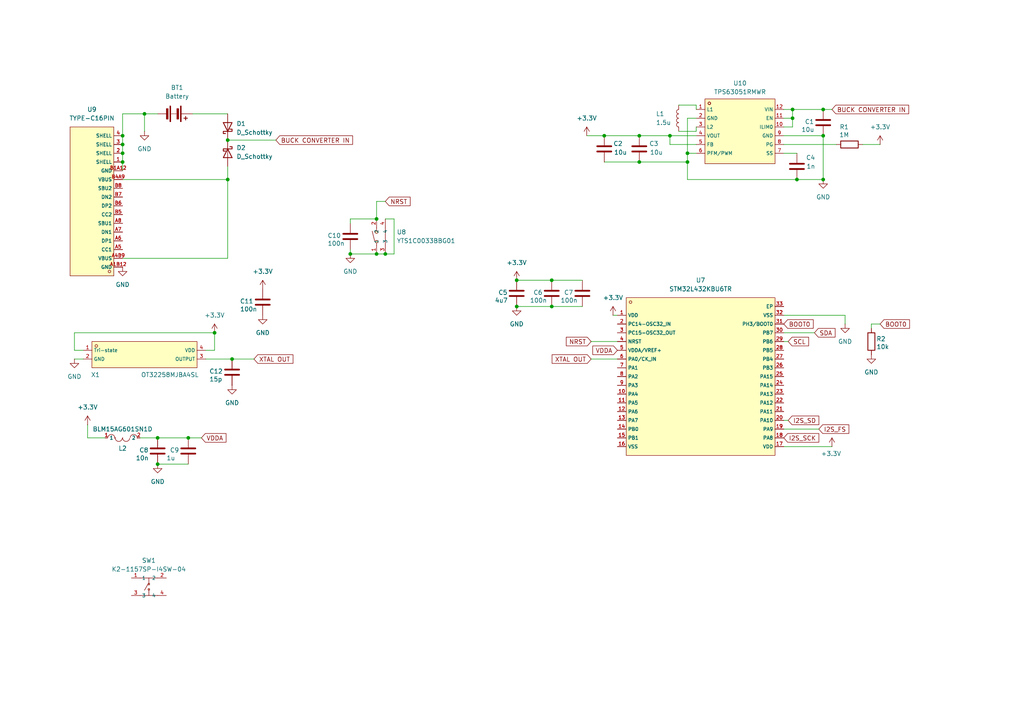
<source format=kicad_sch>
(kicad_sch (version 20231120) (generator "eeschema") (generator_version "8.0")
  (paper "A4")
  (lib_symbols
    (symbol "BLM15AG601SN1D:BLM15AG601SN1D"
      (property "Reference" "L" (at 0 1.27 0))
      (property "Value" "BLM15AG601SN1D" (at 0 -2.54 0))
      (symbol "BLM15AG601SN1D_0_1"
        (arc (start -2.2674 -0.1341) (mid -3.1595 0.9883) (end -4.2858 0.1011))
        (arc (start -2.1318 0.1001) (mid -1.2405 -1.0269) (end -0.1135 -0.1357))
        (arc (start 0.0196 0.1001) (mid 0.9108 -1.0268) (end 2.0378 -0.1357))
        (arc (start 4.2312 -0.1341) (mid 3.339 0.9884) (end 2.2128 0.1011))
        (pin unspecified line (at -5.08 0 0) (length 0.762) (name "1") (number "1"))
        (pin unspecified line (at 5.08 0 180) (length 0.762) (name "2") (number "2"))
      )
    )
    (symbol "Device:Battery" (pin_numbers hide) (pin_names (offset 0) hide)
      (property "Reference" "BT" (at 2.54 2.54 0))
      (property "Value" "Battery" (at 2.54 0 0))
      (symbol "Battery_0_1"
        (rectangle (start -2.286 -1.27) (end 2.286 -1.524) (fill (type outline)))
        (rectangle (start -2.286 1.778) (end 2.286 1.524) (fill (type outline)))
        (rectangle (start -1.524 -2.032) (end 1.524 -2.54) (fill (type outline)))
        (rectangle (start -1.524 1.016) (end 1.524 0.508) (fill (type outline)))
        (polyline (pts (xy 0 -1.016) (xy 0 -0.762)))
        (polyline (pts (xy 0 -0.508) (xy 0 -0.254)))
        (polyline (pts (xy 0 0) (xy 0 0.254)))
        (polyline (pts (xy 0 1.778) (xy 0 2.54)))
        (polyline (pts (xy 0.762 3.048) (xy 1.778 3.048)) (stroke (width 0.254)))
        (polyline (pts (xy 1.27 3.556) (xy 1.27 2.54)) (stroke (width 0.254)))
      )
      (symbol "Battery_1_1"
        (pin passive line (at 0 5.08 270) (length 2.54) (name "+") (number "1"))
        (pin passive line (at 0 -5.08 90) (length 2.54) (name "-") (number "2"))
      )
    )
    (symbol "Device:C" (pin_numbers hide) (pin_names (offset 0.254))
      (property "Reference" "C" (at 0.635 2.54 0))
      (property "Value" "C" (at 0.635 -2.54 0))
      (symbol "C_0_1"
        (polyline (pts (xy -2.032 -0.762) (xy 2.032 -0.762)) (stroke (width 0.508)))
        (polyline (pts (xy -2.032 0.762) (xy 2.032 0.762)) (stroke (width 0.508)))
      )
      (symbol "C_1_1"
        (pin passive line (at 0 3.81 270) (length 2.794) (name "~") (number "1"))
        (pin passive line (at 0 -3.81 90) (length 2.794) (name "~") (number "2"))
      )
    )
    (symbol "Device:D_Schottky" (pin_numbers hide) (pin_names (offset 1.016) hide)
      (property "Reference" "D" (at 0 2.54 0))
      (property "Value" "D_Schottky" (at 0 -2.54 0))
      (symbol "D_Schottky_0_1"
        (polyline (pts (xy 1.27 0) (xy -1.27 0)))
        (polyline (pts (xy 1.27 1.27) (xy 1.27 -1.27) (xy -1.27 0) (xy 1.27 1.27)) (stroke (width 0.254)))
        (polyline (pts (xy -1.905 0.635) (xy -1.905 1.27) (xy -1.27 1.27) (xy -1.27 -1.27) (xy -0.635 -1.27) (xy -0.635 -0.635)) (stroke (width 0.254)))
      )
      (symbol "D_Schottky_1_1"
        (pin passive line (at -3.81 0 0) (length 2.54) (name "K") (number "1"))
        (pin passive line (at 3.81 0 180) (length 2.54) (name "A") (number "2"))
      )
    )
    (symbol "Device:L" (pin_numbers hide) (pin_names (offset 1.016) hide)
      (property "Reference" "L" (at -1.27 0 90))
      (property "Value" "L" (at 1.905 0 90))
      (symbol "L_0_1"
        (arc (start 0 -2.54) (mid 0.6323 -1.905) (end 0 -1.27))
        (arc (start 0 -1.27) (mid 0.6323 -0.635) (end 0 0))
        (arc (start 0 0) (mid 0.6323 0.635) (end 0 1.27))
        (arc (start 0 1.27) (mid 0.6323 1.905) (end 0 2.54))
      )
      (symbol "L_1_1"
        (pin passive line (at 0 3.81 270) (length 1.27) (name "1") (number "1"))
        (pin passive line (at 0 -3.81 90) (length 1.27) (name "2") (number "2"))
      )
    )
    (symbol "Device:R" (pin_numbers hide) (pin_names (offset 0))
      (property "Reference" "R" (at 2.032 0 90))
      (property "Value" "R" (at 0 0 90))
      (symbol "R_0_1"
        (rectangle (start -1.016 -2.54) (end 1.016 2.54) (stroke (width 0.254)))
      )
      (symbol "R_1_1"
        (pin passive line (at 0 3.81 270) (length 1.27) (name "~") (number "1"))
        (pin passive line (at 0 -3.81 90) (length 1.27) (name "~") (number "2"))
      )
    )
    (symbol "K2-1157SP-I4SW-04:K2-1157SP-I4SW-04"
      (property "Reference" "SW" (at 0 1.27 0))
      (property "Value" "K2-1157SP-I4SW-04" (at 0 -2.54 0))
      (symbol "K2-1157SP-I4SW-04_0_1"
        (circle (center 0 -0.762) (radius 0.254) (fill (type background)))
        (polyline (pts (xy -2.54 -2.54) (xy 2.54 -2.54)))
        (polyline (pts (xy -1.27 -1.016) (xy -0.254 0.762)))
        (polyline (pts (xy 0 -2.54) (xy 0 -1.524)))
        (polyline (pts (xy 0 -1.524) (xy 0 -0.762)))
        (polyline (pts (xy 0 2.54) (xy 0 0.762)))
        (polyline (pts (xy 2.54 2.54) (xy -2.54 2.54)))
        (circle (center 0 0.762) (radius 0.254) (fill (type background)))
        (pin unspecified line (at -5.08 2.54 0) (length 2.54) (name "1") (number "1"))
        (pin unspecified line (at 5.08 2.54 180) (length 2.54) (name "2") (number "2"))
        (pin unspecified line (at -5.08 -2.54 0) (length 2.54) (name "3") (number "3"))
        (pin unspecified line (at 5.08 -2.54 180) (length 2.54) (name "4") (number "4"))
      )
    )
    (symbol "KLJ-01304T-08R07W:KLJ-01304T-08R07W"
      (property "Reference" "U" (at 0 1.27 0))
      (property "Value" "KLJ-01304T-08R07W" (at 0 -2.54 0))
      (symbol "KLJ-01304T-08R07W_0_1"
        (rectangle (start -10.16 3.81) (end 10.16 -3.81) (fill (type background)))
        (circle (center -8.89 2.54) (radius 0.381) (fill (type background)))
        (pin unspecified line (at -12.7 1.27 0) (length 2.54) (name "LEAD+") (number "1"))
        (pin unspecified line (at -12.7 -1.27 0) (length 2.54) (name "LEAD-") (number "2"))
        (pin unspecified line (at 12.7 -1.27 180) (length 2.54) (name "DUMMY") (number "3"))
        (pin unspecified line (at 12.7 1.27 180) (length 2.54) (name "DUMMY") (number "4"))
      )
    )
    (symbol "NAU88C22YG:NAU88C22YG"
      (property "Reference" "U" (at 0 1.27 0))
      (property "Value" "NAU88C22YG" (at 0 -2.54 0))
      (symbol "NAU88C22YG_0_1"
        (rectangle (start -15.24 22.098) (end 15.24 -24.13) (fill (type background)))
        (circle (center -13.97 20.828) (radius 0.381) (fill (type background)))
        (circle (center -13.97 20.828) (radius 0.381) (fill (type background)))
        (pin unspecified line (at -17.78 19.05 0) (length 2.54) (name "LMICP") (number "1"))
        (pin unspecified line (at -17.78 -3.81 0) (length 2.54) (name "DACIN") (number "10"))
        (pin unspecified line (at -17.78 -6.35 0) (length 2.54) (name "MCLK") (number "11"))
        (pin unspecified line (at -17.78 -8.89 0) (length 2.54) (name "VSSD") (number "12"))
        (pin unspecified line (at -17.78 -11.43 0) (length 2.54) (name "VDDC") (number "13"))
        (pin unspecified line (at -17.78 -13.97 0) (length 2.54) (name "VDDB") (number "14"))
        (pin unspecified line (at -17.78 -16.51 0) (length 2.54) (name "CSB") (number "15"))
        (pin unspecified line (at -17.78 -19.05 0) (length 2.54) (name "SCLK") (number "16"))
        (pin unspecified line (at 17.78 -19.05 180) (length 2.54) (name "SDIO") (number "17"))
        (pin unspecified line (at 17.78 -16.51 180) (length 2.54) (name "MODE") (number "18"))
        (pin unspecified line (at 17.78 -13.97 180) (length 2.54) (name "LAUXIN") (number "19"))
        (pin unspecified line (at -17.78 16.51 0) (length 2.54) (name "LMICN") (number "2"))
        (pin unspecified line (at 17.78 -11.43 180) (length 2.54) (name "RAUXIN") (number "20"))
        (pin unspecified line (at 17.78 -8.89 180) (length 2.54) (name "AUXOUT1") (number "21"))
        (pin unspecified line (at 17.78 -6.35 180) (length 2.54) (name "AUXOUT2") (number "22"))
        (pin unspecified line (at 17.78 -3.81 180) (length 2.54) (name "RSPKOUT") (number "23"))
        (pin unspecified line (at 17.78 -1.27 180) (length 2.54) (name "VSSSPK") (number "24"))
        (pin unspecified line (at 17.78 1.27 180) (length 2.54) (name "LSPKOUT") (number "25"))
        (pin unspecified line (at 17.78 3.81 180) (length 2.54) (name "VDDSPK") (number "26"))
        (pin unspecified line (at 17.78 6.35 180) (length 2.54) (name "VREF") (number "27"))
        (pin unspecified line (at 17.78 8.89 180) (length 2.54) (name "VSSA") (number "28"))
        (pin unspecified line (at 17.78 11.43 180) (length 2.54) (name "RHP") (number "29"))
        (pin unspecified line (at -17.78 13.97 0) (length 2.54) (name "LLIN/GPIO2") (number "3"))
        (pin unspecified line (at 17.78 13.97 180) (length 2.54) (name "LHP") (number "30"))
        (pin unspecified line (at 17.78 16.51 180) (length 2.54) (name "VDDA") (number "31"))
        (pin unspecified line (at 17.78 19.05 180) (length 2.54) (name "MICBIAS") (number "32"))
        (pin unspecified line (at 17.78 -21.59 180) (length 2.54) (name "EP") (number "33"))
        (pin unspecified line (at -17.78 11.43 0) (length 2.54) (name "RMICP") (number "4"))
        (pin unspecified line (at -17.78 8.89 0) (length 2.54) (name "RMICN") (number "5"))
        (pin unspecified line (at -17.78 6.35 0) (length 2.54) (name "RLIN/GPIO3") (number "6"))
        (pin unspecified line (at -17.78 3.81 0) (length 2.54) (name "FS") (number "7"))
        (pin unspecified line (at -17.78 1.27 0) (length 2.54) (name "BCLK") (number "8"))
        (pin unspecified line (at -17.78 -1.27 0) (length 2.54) (name "ADCOUT") (number "9"))
      )
    )
    (symbol "OT32258MJBA4SL:OT32258MJBA4SL"
      (property "Reference" "X" (at 0 1.27 0))
      (property "Value" "OT32258MJBA4SL" (at 0 -2.54 0))
      (symbol "OT32258MJBA4SL_0_1"
        (rectangle (start -15.24 3.81) (end 15.24 -3.81) (fill (type background)))
        (circle (center -13.97 2.54) (radius 0.381) (fill (type background)))
        (pin unspecified line (at -17.78 1.27 0) (length 2.54) (name "Tri-state") (number "1"))
        (pin unspecified line (at -17.78 -1.27 0) (length 2.54) (name "GND") (number "2"))
        (pin unspecified line (at 17.78 -1.27 180) (length 2.54) (name "OUTPUT") (number "3"))
        (pin unspecified line (at 17.78 1.27 180) (length 2.54) (name "VDD") (number "4"))
      )
    )
    (symbol "PJ-327C-4A:PJ-327C-4A"
      (property "Reference" "U" (at 0 1.27 0))
      (property "Value" "PJ-327C-4A" (at 0 -2.54 0))
      (symbol "PJ-327C-4A_0_1"
        (polyline (pts (xy 3.81 -5.08) (xy -2.032 -5.08) (xy -2.54 -4.064) (xy -3.048 -5.08)))
        (polyline (pts (xy 3.81 -2.54) (xy -0.762 -2.54) (xy -1.27 -2.54) (xy -1.27 -5.08)))
        (polyline (pts (xy 3.81 0) (xy -3.556 0) (xy -4.064 -1.016) (xy -4.572 0)))
        (polyline (pts (xy 3.81 2.54) (xy -7.62 2.54) (xy -7.62 -2.54) (xy -8.89 -1.27)))
        (pin unspecified line (at 8.89 2.54 180) (length 5.08) (name "1") (number "1"))
        (pin unspecified line (at 8.89 -5.08 180) (length 5.08) (name "2") (number "2"))
        (pin unspecified line (at 8.89 0 180) (length 5.08) (name "3") (number "3"))
        (pin unspecified line (at 8.89 -2.54 180) (length 5.08) (name "4") (number "4"))
      )
    )
    (symbol "STM32L432KBU6TR:STM32L432KBU6TR"
      (property "Reference" "U" (at 0 1.27 0))
      (property "Value" "STM32L432KBU6TR" (at 0 -2.54 0))
      (symbol "STM32L432KBU6TR_0_1"
        (rectangle (start -21.59 22.86) (end 21.59 -22.86) (fill (type background)))
        (circle (center -20.32 21.59) (radius 0.381) (fill (type background)))
        (pin unspecified line (at -24.13 17.78 0) (length 2.54) (name "VDD") (number "1"))
        (pin unspecified line (at -24.13 -5.08 0) (length 2.54) (name "PA4") (number "10"))
        (pin unspecified line (at -24.13 -7.62 0) (length 2.54) (name "PA5") (number "11"))
        (pin unspecified line (at -24.13 -10.16 0) (length 2.54) (name "PA6") (number "12"))
        (pin unspecified line (at -24.13 -12.7 0) (length 2.54) (name "PA7") (number "13"))
        (pin unspecified line (at -24.13 -15.24 0) (length 2.54) (name "PB0") (number "14"))
        (pin unspecified line (at -24.13 -17.78 0) (length 2.54) (name "PB1") (number "15"))
        (pin unspecified line (at -24.13 -20.32 0) (length 2.54) (name "VSS") (number "16"))
        (pin unspecified line (at 24.13 -20.32 180) (length 2.54) (name "VDD") (number "17"))
        (pin unspecified line (at 24.13 -17.78 180) (length 2.54) (name "PA8") (number "18"))
        (pin unspecified line (at 24.13 -15.24 180) (length 2.54) (name "PA9") (number "19"))
        (pin unspecified line (at -24.13 15.24 0) (length 2.54) (name "PC14-OSC32_IN") (number "2"))
        (pin unspecified line (at 24.13 -12.7 180) (length 2.54) (name "PA10") (number "20"))
        (pin unspecified line (at 24.13 -10.16 180) (length 2.54) (name "PA11") (number "21"))
        (pin unspecified line (at 24.13 -7.62 180) (length 2.54) (name "PA12") (number "22"))
        (pin unspecified line (at 24.13 -5.08 180) (length 2.54) (name "PA13") (number "23"))
        (pin unspecified line (at 24.13 -2.54 180) (length 2.54) (name "PA14") (number "24"))
        (pin unspecified line (at 24.13 0 180) (length 2.54) (name "PA15") (number "25"))
        (pin unspecified line (at 24.13 2.54 180) (length 2.54) (name "PB3") (number "26"))
        (pin unspecified line (at 24.13 5.08 180) (length 2.54) (name "PB4") (number "27"))
        (pin unspecified line (at 24.13 7.62 180) (length 2.54) (name "PB5") (number "28"))
        (pin unspecified line (at 24.13 10.16 180) (length 2.54) (name "PB6") (number "29"))
        (pin unspecified line (at -24.13 12.7 0) (length 2.54) (name "PC15-OSC32_OUT") (number "3"))
        (pin unspecified line (at 24.13 12.7 180) (length 2.54) (name "PB7") (number "30"))
        (pin unspecified line (at 24.13 15.24 180) (length 2.54) (name "PH3/BOOT0") (number "31"))
        (pin unspecified line (at 24.13 17.78 180) (length 2.54) (name "VSS") (number "32"))
        (pin unspecified line (at 24.13 20.32 180) (length 2.54) (name "EP") (number "33"))
        (pin unspecified line (at -24.13 10.16 0) (length 2.54) (name "NRST") (number "4"))
        (pin unspecified line (at -24.13 7.62 0) (length 2.54) (name "VDDA/VREF+") (number "5"))
        (pin unspecified line (at -24.13 5.08 0) (length 2.54) (name "PA0/CK_IN") (number "6"))
        (pin unspecified line (at -24.13 2.54 0) (length 2.54) (name "PA1") (number "7"))
        (pin unspecified line (at -24.13 0 0) (length 2.54) (name "PA2") (number "8"))
        (pin unspecified line (at -24.13 -2.54 0) (length 2.54) (name "PA3") (number "9"))
      )
    )
    (symbol "TPS63051RMWR:TPS63051RMWR"
      (property "Reference" "U" (at 0 1.27 0))
      (property "Value" "TPS63051RMWR" (at 0 -2.54 0))
      (symbol "TPS63051RMWR_0_1"
        (rectangle (start -10.16 9.398) (end 10.16 -9.398) (fill (type background)))
        (circle (center -8.89 8.128) (radius 0.381) (fill (type background)))
        (circle (center -8.89 8.128) (radius 0.381) (fill (type background)))
        (pin unspecified line (at -12.7 6.35 0) (length 2.54) (name "L1") (number "1"))
        (pin unspecified line (at 12.7 1.27 180) (length 2.54) (name "ILIM0") (number "10"))
        (pin unspecified line (at 12.7 3.81 180) (length 2.54) (name "EN") (number "11"))
        (pin unspecified line (at 12.7 6.35 180) (length 2.54) (name "VIN") (number "12"))
        (pin unspecified line (at -12.7 3.81 0) (length 2.54) (name "GND") (number "2"))
        (pin unspecified line (at -12.7 1.27 0) (length 2.54) (name "L2") (number "3"))
        (pin unspecified line (at -12.7 -1.27 0) (length 2.54) (name "VOUT") (number "4"))
        (pin unspecified line (at -12.7 -3.81 0) (length 2.54) (name "FB") (number "5"))
        (pin unspecified line (at -12.7 -6.35 0) (length 2.54) (name "PFM/PWM") (number "6"))
        (pin unspecified line (at 12.7 -6.35 180) (length 2.54) (name "SS") (number "7"))
        (pin unspecified line (at 12.7 -3.81 180) (length 2.54) (name "PG") (number "8"))
        (pin unspecified line (at 12.7 -1.27 180) (length 2.54) (name "GND") (number "9"))
      )
    )
    (symbol "TYPE-C16PIN:TYPE-C16PIN"
      (property "Reference" "U" (at 0 1.27 0))
      (property "Value" "TYPE-C16PIN" (at 0 -2.54 0))
      (symbol "TYPE-C16PIN_0_1"
        (rectangle (start -6.35 21.59) (end 6.35 -21.59) (fill (type background)))
        (circle (center -5.08 20.32) (radius 0.381) (fill (type background)))
        (pin unspecified line (at -8.89 -11.43 0) (length 2.54) (name "SHELL") (number "1"))
        (pin unspecified line (at -8.89 -13.97 0) (length 2.54) (name "SHELL") (number "2"))
        (pin unspecified line (at -8.89 -16.51 0) (length 2.54) (name "SHELL") (number "3"))
        (pin unspecified line (at -8.89 -19.05 0) (length 2.54) (name "SHELL") (number "4"))
        (pin unspecified line (at -8.89 19.05 0) (length 2.54) (name "GND") (number "A1B12"))
        (pin unspecified line (at -8.89 16.51 0) (length 2.54) (name "VBUS") (number "A4B9"))
        (pin unspecified line (at -8.89 13.97 0) (length 2.54) (name "CC1") (number "A5"))
        (pin unspecified line (at -8.89 11.43 0) (length 2.54) (name "DP1") (number "A6"))
        (pin unspecified line (at -8.89 8.89 0) (length 2.54) (name "DN1") (number "A7"))
        (pin unspecified line (at -8.89 6.35 0) (length 2.54) (name "SBU1") (number "A8"))
        (pin unspecified line (at -8.89 -8.89 0) (length 2.54) (name "GND") (number "B1A12"))
        (pin unspecified line (at -8.89 -6.35 0) (length 2.54) (name "VBUS") (number "B4A9"))
        (pin unspecified line (at -8.89 3.81 0) (length 2.54) (name "CC2") (number "B5"))
        (pin unspecified line (at -8.89 1.27 0) (length 2.54) (name "DP2") (number "B6"))
        (pin unspecified line (at -8.89 -1.27 0) (length 2.54) (name "DN2") (number "B7"))
        (pin unspecified line (at -8.89 -3.81 0) (length 2.54) (name "SBU2") (number "B8"))
      )
    )
    (symbol "VL53L0CXV0DH/1:VL53L0CXV0DH/1"
      (property "Reference" "U" (at 0 1.27 0))
      (property "Value" "VL53L0CXV0DH{slash}1" (at 0 -2.54 0))
      (symbol "VL53L0CXV0DH/1_0_1"
        (rectangle (start -10.16 8.89) (end 10.16 -8.89) (fill (type background)))
        (circle (center -8.89 8.128) (radius 0.381) (fill (type background)))
        (circle (center -8.89 8.128) (radius 0.381) (fill (type background)))
        (pin unspecified line (at -12.7 6.35 0) (length 2.54) (name "VDD") (number "1"))
        (pin unspecified line (at 12.7 1.27 180) (length 2.54) (name "SCL") (number "10"))
        (pin unspecified line (at 12.7 3.81 180) (length 2.54) (name "AVDD") (number "11"))
        (pin unspecified line (at 12.7 6.35 180) (length 2.54) (name "GND4") (number "12"))
        (pin unspecified line (at -12.7 3.81 0) (length 2.54) (name "VSS") (number "2"))
        (pin unspecified line (at -12.7 1.27 0) (length 2.54) (name "GND") (number "3"))
        (pin unspecified line (at -12.7 -1.27 0) (length 2.54) (name "GND2") (number "4"))
        (pin unspecified line (at -12.7 -3.81 0) (length 2.54) (name "SHT") (number "5"))
        (pin unspecified line (at -12.7 -6.35 0) (length 2.54) (name "GND3") (number "6"))
        (pin unspecified line (at 12.7 -6.35 180) (length 2.54) (name "GP1") (number "7"))
        (pin unspecified line (at 12.7 -3.81 180) (length 2.54) (name "DNC") (number "8"))
        (pin unspecified line (at 12.7 -1.27 180) (length 2.54) (name "SDA") (number "9"))
      )
    )
    (symbol "YTS1C0033BBG01:YTS1C0033BBG01"
      (property "Reference" "U" (at 0 1.27 0))
      (property "Value" "YTS1C0033BBG01" (at 0 -2.54 0))
      (symbol "YTS1C0033BBG01_0_1"
        (circle (center -1.524 0) (radius 0.381) (fill (type background)))
        (polyline (pts (xy -2.54 -2.54) (xy 2.54 -2.54)))
        (polyline (pts (xy -2.032 0) (xy -2.54 0)))
        (polyline (pts (xy -1.524 0.508) (xy 1.524 1.27)))
        (polyline (pts (xy 1.778 0) (xy 2.54 0)))
        (circle (center 1.27 0) (radius 0.381) (fill (type background)))
        (pin unspecified line (at -5.08 0 0) (length 2.54) (name "1") (number "1"))
        (pin unspecified line (at 5.08 0 180) (length 2.54) (name "2") (number "2"))
        (pin unspecified line (at -5.08 -2.54 0) (length 2.54) (name "3") (number "3"))
        (pin unspecified line (at 5.08 -2.54 180) (length 2.54) (name "4") (number "4"))
      )
    )
    (symbol "power:+3.3V" (power) (pin_numbers hide) (pin_names (offset 0) hide)
      (property "Value" "+3.3V" (at 0 3.556 0))
      (symbol "+3.3V_0_1"
        (polyline (pts (xy -0.762 1.27) (xy 0 2.54)))
        (polyline (pts (xy 0 0) (xy 0 2.54)))
        (polyline (pts (xy 0 2.54) (xy 0.762 1.27)))
      )
      (symbol "+3.3V_1_1"
        (pin power_in line (at 0 0 90) (length 0) (name "~") (number "1"))
      )
    )
    (symbol "power:GND" (power) (pin_numbers hide) (pin_names (offset 0) hide)
      (property "Value" "GND" (at 0 -3.81 0))
      (symbol "GND_0_1"
        (polyline (pts (xy 0 0) (xy 0 -1.27) (xy 1.27 -1.27) (xy 0 -2.54) (xy -1.27 -1.27) (xy 0 -1.27)))
      )
      (symbol "GND_1_1"
        (pin power_in line (at 0 0 270) (length 0) (name "~") (number "1"))
      )
    )
  )
  (junction (at 405.13 76.2))
  (junction (at 160.02 81.28))
  (junction (at 229.87 34.29))
  (junction (at 111.76 73.66))
  (junction (at 45.72 127))
  (junction (at 45.72 134.62))
  (junction (at 35.56 41.91))
  (junction (at 405.13 68.58))
  (junction (at 459.74 93.98))
  (junction (at 67.31 104.14))
  (junction (at 66.04 52.07))
  (junction (at 35.56 39.37))
  (junction (at 109.22 73.66))
  (junction (at 229.87 31.75))
  (junction (at 199.39 44.45))
  (junction (at 185.42 39.37))
  (junction (at 350.52 121.92))
  (junction (at 109.22 63.5))
  (junction (at 54.61 127))
  (junction (at 199.39 46.99))
  (junction (at 238.76 31.75))
  (junction (at 238.76 39.37))
  (junction (at 62.23 96.52))
  (junction (at 416.56 91.44))
  (junction (at 238.76 52.07))
  (junction (at 149.86 81.28))
  (junction (at 101.6 73.66))
  (junction (at 149.86 88.9))
  (junction (at 350.52 129.54))
  (junction (at 231.14 52.07))
  (junction (at 66.04 40.64))
  (junction (at 472.44 124.46))
  (junction (at 435.61 111.76))
  (junction (at 194.31 39.37))
  (junction (at 35.56 46.99))
  (junction (at 160.02 88.9))
  (junction (at 175.26 39.37))
  (junction (at 41.91 33.02))
  (junction (at 185.42 46.99))
  (junction (at 368.3 119.38))
  (junction (at 35.56 44.45))
  (wire (pts (xy 101.6 73.66) (xy 101.6 72.39)))
  (wire (pts (xy 194.31 39.37) (xy 201.93 39.37)))
  (wire (pts (xy 114.3 73.66) (xy 111.76 73.66)))
  (wire (pts (xy 445.77 111.76) (xy 444.5 111.76)))
  (wire (pts (xy 175.26 39.37) (xy 185.42 39.37)))
  (wire (pts (xy 199.39 44.45) (xy 199.39 34.29)))
  (wire (pts (xy 170.18 39.37) (xy 175.26 39.37)))
  (wire (pts (xy 447.04 91.44) (xy 447.04 93.98)))
  (wire (pts (xy 227.33 44.45) (xy 231.14 44.45)))
  (wire (pts (xy 55.88 33.02) (xy 66.04 33.02)))
  (wire (pts (xy 41.91 33.02) (xy 41.91 38.1)))
  (wire (pts (xy 405.13 76.2) (xy 411.48 76.2)))
  (wire (pts (xy 62.23 96.52) (xy 21.59 96.52)))
  (wire (pts (xy 201.93 30.48) (xy 201.93 31.75)))
  (wire (pts (xy 237.49 124.46) (xy 227.33 124.46)))
  (wire (pts (xy 445.77 121.92) (xy 447.04 121.92)))
  (wire (pts (xy 420.37 93.98) (xy 411.48 93.98)))
  (wire (pts (xy 350.52 129.54) (xy 356.87 129.54)))
  (wire (pts (xy 149.86 81.28) (xy 160.02 81.28)))
  (wire (pts (xy 435.61 106.68) (xy 435.61 111.76)))
  (wire (pts (xy 196.85 30.48) (xy 201.93 30.48)))
  (wire (pts (xy 227.33 36.83) (xy 229.87 36.83)))
  (wire (pts (xy 238.76 52.07) (xy 238.76 39.37)))
  (wire (pts (xy 411.48 111.76) (xy 421.64 111.76)))
  (wire (pts (xy 35.56 74.93) (xy 66.04 74.93)))
  (wire (pts (xy 66.04 74.93) (xy 66.04 52.07)))
  (wire (pts (xy 25.4 123.19) (xy 25.4 127)))
  (wire (pts (xy 405.13 68.58) (xy 411.48 68.58)))
  (wire (pts (xy 45.72 127) (xy 54.61 127)))
  (wire (pts (xy 411.48 104.14) (xy 416.56 104.14)))
  (wire (pts (xy 35.56 33.02) (xy 41.91 33.02)))
  (wire (pts (xy 194.31 41.91) (xy 194.31 39.37)))
  (wire (pts (xy 201.93 41.91) (xy 194.31 41.91)))
  (wire (pts (xy 185.42 46.99) (xy 199.39 46.99)))
  (wire (pts (xy 227.33 34.29) (xy 229.87 34.29)))
  (wire (pts (xy 436.88 111.76) (xy 435.61 111.76)))
  (wire (pts (xy 40.64 127) (xy 45.72 127)))
  (wire (pts (xy 201.93 38.1) (xy 201.93 36.83)))
  (wire (pts (xy 429.26 106.68) (xy 435.61 106.68)))
  (wire (pts (xy 35.56 46.99) (xy 35.56 49.53)))
  (wire (pts (xy 101.6 73.66) (xy 109.22 73.66)))
  (wire (pts (xy 196.85 38.1) (xy 201.93 38.1)))
  (wire (pts (xy 109.22 63.5) (xy 101.6 63.5)))
  (wire (pts (xy 21.59 101.6) (xy 24.13 101.6)))
  (wire (pts (xy 111.76 63.5) (xy 114.3 63.5)))
  (wire (pts (xy 185.42 39.37) (xy 194.31 39.37)))
  (wire (pts (xy 417.83 124.46) (xy 447.04 124.46)))
  (wire (pts (xy 429.26 111.76) (xy 435.61 111.76)))
  (wire (pts (xy 241.3 129.54) (xy 227.33 129.54)))
  (wire (pts (xy 35.56 52.07) (xy 66.04 52.07)))
  (wire (pts (xy 368.3 119.38) (xy 375.92 119.38)))
  (wire (pts (xy 368.3 121.92) (xy 368.3 119.38)))
  (wire (pts (xy 229.87 31.75) (xy 238.76 31.75)))
  (wire (pts (xy 175.26 46.99) (xy 185.42 46.99)))
  (wire (pts (xy 114.3 63.5) (xy 114.3 73.66)))
  (wire (pts (xy 67.31 104.14) (xy 73.66 104.14)))
  (wire (pts (xy 411.48 106.68) (xy 421.64 106.68)))
  (wire (pts (xy 255.27 41.91) (xy 250.19 41.91)))
  (wire (pts (xy 45.72 134.62) (xy 54.61 134.62)))
  (wire (pts (xy 227.33 41.91) (xy 242.57 41.91)))
  (wire (pts (xy 445.77 111.76) (xy 445.77 121.92)))
  (wire (pts (xy 21.59 96.52) (xy 21.59 101.6)))
  (wire (pts (xy 62.23 101.6) (xy 59.69 101.6)))
  (wire (pts (xy 252.73 93.98) (xy 252.73 95.25)))
  (wire (pts (xy 416.56 91.44) (xy 411.48 91.44)))
  (wire (pts (xy 417.83 109.22) (xy 417.83 124.46)))
  (wire (pts (xy 35.56 39.37) (xy 35.56 41.91)))
  (wire (pts (xy 255.27 93.98) (xy 252.73 93.98)))
  (wire (pts (xy 449.58 96.52) (xy 438.15 96.52)))
  (wire (pts (xy 101.6 63.5) (xy 101.6 64.77)))
  (wire (pts (xy 227.33 39.37) (xy 238.76 39.37)))
  (wire (pts (xy 231.14 52.07) (xy 238.76 52.07)))
  (wire (pts (xy 241.3 31.75) (xy 238.76 31.75)))
  (wire (pts (xy 171.45 99.06) (xy 179.07 99.06)))
  (wire (pts (xy 350.52 121.92) (xy 356.87 121.92)))
  (wire (pts (xy 449.58 91.44) (xy 449.58 96.52)))
  (wire (pts (xy 411.48 96.52) (xy 430.53 96.52)))
  (wire (pts (xy 229.87 36.83) (xy 229.87 34.29)))
  (wire (pts (xy 35.56 41.91) (xy 35.56 44.45)))
  (wire (pts (xy 199.39 46.99) (xy 199.39 44.45)))
  (wire (pts (xy 228.6 99.06) (xy 227.33 99.06)))
  (wire (pts (xy 228.6 121.92) (xy 227.33 121.92)))
  (wire (pts (xy 229.87 34.29) (xy 229.87 31.75)))
  (wire (pts (xy 80.01 40.64) (xy 66.04 40.64)))
  (wire (pts (xy 21.59 104.14) (xy 24.13 104.14)))
  (wire (pts (xy 459.74 93.98) (xy 466.09 93.98)))
  (wire (pts (xy 35.56 44.45) (xy 35.56 46.99)))
  (wire (pts (xy 111.76 73.66) (xy 109.22 73.66)))
  (wire (pts (xy 160.02 81.28) (xy 168.91 81.28)))
  (wire (pts (xy 411.48 109.22) (xy 417.83 109.22)))
  (wire (pts (xy 452.12 91.44) (xy 452.12 101.6)))
  (wire (pts (xy 66.04 52.07) (xy 66.04 48.26)))
  (wire (pts (xy 472.44 121.92) (xy 472.44 124.46)))
  (wire (pts (xy 236.22 96.52) (xy 227.33 96.52)))
  (wire (pts (xy 35.56 39.37) (xy 35.56 33.02)))
  (wire (pts (xy 177.8 91.44) (xy 179.07 91.44)))
  (wire (pts (xy 199.39 34.29) (xy 201.93 34.29)))
  (wire (pts (xy 54.61 127) (xy 58.42 127)))
  (wire (pts (xy 444.5 93.98) (xy 444.5 91.44)))
  (wire (pts (xy 245.11 91.44) (xy 227.33 91.44)))
  (wire (pts (xy 245.11 93.98) (xy 245.11 91.44)))
  (wire (pts (xy 62.23 96.52) (xy 62.23 101.6)))
  (wire (pts (xy 160.02 88.9) (xy 168.91 88.9)))
  (wire (pts (xy 111.76 58.42) (xy 109.22 58.42)))
  (wire (pts (xy 199.39 52.07) (xy 231.14 52.07)))
  (wire (pts (xy 25.4 127) (xy 30.48 127)))
  (wire (pts (xy 375.92 121.92) (xy 368.3 121.92)))
  (wire (pts (xy 59.69 104.14) (xy 67.31 104.14)))
  (wire (pts (xy 109.22 58.42) (xy 109.22 63.5)))
  (wire (pts (xy 227.33 31.75) (xy 229.87 31.75)))
  (wire (pts (xy 41.91 33.02) (xy 45.72 33.02)))
  (wire (pts (xy 199.39 52.07) (xy 199.39 46.99)))
  (wire (pts (xy 171.45 104.14) (xy 179.07 104.14)))
  (wire (pts (xy 416.56 104.14) (xy 416.56 91.44)))
  (wire (pts (xy 427.99 93.98) (xy 444.5 93.98)))
  (wire (pts (xy 149.86 88.9) (xy 160.02 88.9)))
  (wire (pts (xy 199.39 44.45) (xy 201.93 44.45)))
  (wire (pts (xy 447.04 93.98) (xy 459.74 93.98)))
  (global_label "SCL" (shape input) (at 228.6 99.06 0) (property "Intersheetrefs" "${INTERSHEET_REFS}" (effects (hide yes))))
  (global_label "I2S_FS" (shape input) (at 237.49 124.46 0) (property "Intersheetrefs" "${INTERSHEET_REFS}" (effects (hide yes))))
  (global_label "BUCK CONVERTER IN" (shape input) (at 241.3 31.75 0) (property "Intersheetrefs" "${INTERSHEET_REFS}" (effects (hide yes))))
  (global_label "VDDA" (shape input) (at 58.42 127 0) (property "Intersheetrefs" "${INTERSHEET_REFS}" (effects (hide yes))))
  (global_label "BOOT0" (shape input) (at 227.33 93.98 0) (property "Intersheetrefs" "${INTERSHEET_REFS}" (effects (hide yes))))
  (global_label "I2S_SD" (shape input) (at 228.6 121.92 0) (property "Intersheetrefs" "${INTERSHEET_REFS}" (effects (hide yes))))
  (global_label "VDDA" (shape input) (at 179.07 101.6 180) (property "Intersheetrefs" "${INTERSHEET_REFS}" (effects (hide yes))))
  (global_label "NRST" (shape input) (at 171.45 99.06 180) (property "Intersheetrefs" "${INTERSHEET_REFS}" (effects (hide yes))))
  (global_label "XTAL OUT" (shape input) (at 73.66 104.14 0) (property "Intersheetrefs" "${INTERSHEET_REFS}" (effects (hide yes))))
  (global_label "BOOT0" (shape input) (at 255.27 93.98 0) (property "Intersheetrefs" "${INTERSHEET_REFS}" (effects (hide yes))))
  (global_label "NRST" (shape input) (at 111.76 58.42 0) (property "Intersheetrefs" "${INTERSHEET_REFS}" (effects (hide yes))))
  (global_label "BUCK CONVERTER IN" (shape input) (at 80.01 40.64 0) (property "Intersheetrefs" "${INTERSHEET_REFS}" (effects (hide yes))))
  (global_label "XTAL OUT" (shape input) (at 171.45 104.14 180) (property "Intersheetrefs" "${INTERSHEET_REFS}" (effects (hide yes))))
  (global_label "JACK_DETECT" (shape input) (at 466.09 93.98 0) (property "Intersheetrefs" "${INTERSHEET_REFS}" (effects (hide yes))))
  (global_label "SDA" (shape input) (at 236.22 96.52 0) (property "Intersheetrefs" "${INTERSHEET_REFS}" (effects (hide yes))))
  (global_label "I2S_SCK" (shape input) (at 227.33 127 0) (property "Intersheetrefs" "${INTERSHEET_REFS}" (effects (hide yes))))
  (symbol (lib_id "TPS63051RMWR:TPS63051RMWR") (at 214.63 38.1 0) (unit 1)
    (property "Reference" "U10" (at 214.63 24.13 0))
    (property "Value" "TPS63051RMWR" (at 214.63 26.67 0))
    (property "Footprint" "TPS63051RMWR:QFN-12_L2.5-W2.5-P0.50-TL" (effects (hide yes)))
    (property "Datasheet" "https://atta.szlcsc.com/upload/public/pdf/source/20171113/C139412_15105612372721115696.pdf" (effects (hide yes)))
    (property "LCSC" "C139412" (effects (hide yes)))
  )
  (symbol (lib_id "Device:C") (at 231.14 48.26 180) (unit 1)
    (property "Reference" "C4" (at 236.474 45.72 0) (effects (justify left)))
    (property "Value" "1n" (at 236.474 48.26 0) (effects (justify left)))
    (property "Footprint" "Capacitor_SMD:C_0402_1005Metric" (effects (hide yes)))
    (property "Description" "Unpolarized capacitor" (effects (hide yes)))
  )
  (symbol (lib_id "power:+3.3V") (at 25.4 123.19 0) (unit 1)
    (property "Reference" "#PWR013" (effects (hide yes)))
    (property "Value" "+3.3V" (at 25.4 118.11 0))
    (property "Description" "Power symbol creates a global label with name \"+3.3V\"" (effects (hide yes)))
  )
  (symbol (lib_id "K2-1157SP-I4SW-04:K2-1157SP-I4SW-04") (at 43.18 170.18 0) (unit 1)
    (property "Reference" "SW1" (at 43.18 162.56 0))
    (property "Value" "K2-1157SP-I4SW-04" (at 43.18 165.1 0))
    (property "Footprint" "BLM15AG601SN1D:SW-SMD_4P-L6.2-W6.2-P4.50-LS8.6" (effects (hide yes)))
    (property "Datasheet" "https://item.szlcsc.com/404089.html" (effects (hide yes)))
    (property "LCSC" "C2909692" (effects (hide yes)))
  )
  (symbol (lib_id "Device:D_Schottky") (at 66.04 44.45 270) (unit 1)
    (property "Reference" "D2" (at 68.58 42.8624 90) (effects (justify left)))
    (property "Value" "D_Schottky" (at 68.58 45.4024 90) (effects (justify left)))
    (property "Description" "Schottky diode" (effects (hide yes)))
  )
  (symbol (lib_id "STM32L432KBU6TR:STM32L432KBU6TR") (at 203.2 109.22 0) (unit 1)
    (property "Reference" "U7" (at 203.2 81.28 0))
    (property "Value" "STM32L432KBU6TR" (at 203.2 83.82 0))
    (property "Footprint" "STM32L432KBU6TR:UFQFPN-32_L5.0-W5.0-P0.50-TL-EP3.5" (effects (hide yes)))
    (property "Datasheet" "https://item.szlcsc.com/89569.html" (effects (hide yes)))
    (property "LCSC" "C2928224" (effects (hide yes)))
  )
  (symbol (lib_id "power:GND") (at 41.91 38.1 0) (unit 1)
    (property "Reference" "#PWR02" (effects (hide yes)))
    (property "Value" "GND" (at 41.91 43.18 0))
    (property "Description" "Power symbol creates a global label with name \"GND\" , ground" (effects (hide yes)))
  )
  (symbol (lib_id "Device:C") (at 101.6 68.58 0) (unit 1)
    (property "Reference" "C10" (at 94.996 68.326 0) (effects (justify left)))
    (property "Value" "100n" (at 94.996 70.612 0) (effects (justify left)))
    (property "Footprint" "Capacitor_SMD:C_0402_1005Metric" (effects (hide yes)))
    (property "Description" "Unpolarized capacitor" (effects (hide yes)))
  )
  (symbol (lib_id "Device:C") (at 175.26 43.18 180) (unit 1)
    (property "Reference" "C2" (at 180.594 41.656 0) (effects (justify left)))
    (property "Value" "10u" (at 181.864 44.196 0) (effects (justify left)))
    (property "Footprint" "Capacitor_SMD:C_0402_1005Metric" (effects (hide yes)))
    (property "Description" "Unpolarized capacitor" (effects (hide yes)))
  )
  (symbol (lib_id "Device:C") (at 411.48 72.39 0) (unit 1)
    (property "Reference" "C19" (at 414.782 74.168 0) (effects (justify left)))
    (property "Value" "4.7u" (at 415.036 71.882 0) (effects (justify left)))
    (property "Footprint" "Capacitor_SMD:C_0402_1005Metric" (effects (hide yes)))
    (property "Description" "Unpolarized capacitor" (effects (hide yes)))
  )
  (symbol (lib_id "Device:C") (at 434.34 96.52 270) (unit 1)
    (property "Reference" "C13" (at 432.308 103.378 90) (effects (justify left)))
    (property "Value" "1u" (at 433.578 101.092 90) (effects (justify left)))
    (property "Footprint" "Capacitor_SMD:C_0402_1005Metric" (effects (hide yes)))
    (property "Description" "Unpolarized capacitor" (effects (hide yes)))
  )
  (symbol (lib_id "power:+3.3V") (at 459.74 86.36 0) (unit 1)
    (property "Reference" "#PWR022" (effects (hide yes)))
    (property "Value" "+3.3V" (at 459.74 81.28 0))
    (property "Description" "Power symbol creates a global label with name \"+3.3V\"" (effects (hide yes)))
  )
  (symbol (lib_id "power:+3.3V") (at 76.2 83.82 0) (unit 1)
    (property "Reference" "#PWR016" (effects (hide yes)))
    (property "Value" "+3.3V" (at 76.2 78.74 0))
    (property "Description" "Power symbol creates a global label with name \"+3.3V\"" (effects (hide yes)))
  )
  (symbol (lib_id "Device:R") (at 459.74 90.17 180) (unit 1)
    (property "Reference" "R3" (at 456.438 91.186 0))
    (property "Value" "10k" (at 456.438 88.9 0))
    (property "Footprint" "Resistor_SMD:R_0201_0603Metric" (effects (hide yes)))
    (property "Description" "Resistor" (effects (hide yes)))
  )
  (symbol (lib_id "power:GND") (at 238.76 52.07 0) (unit 1)
    (property "Reference" "#PWR04" (effects (hide yes)))
    (property "Value" "GND" (at 238.76 57.15 0))
    (property "Description" "Power symbol creates a global label with name \"GND\" , ground" (effects (hide yes)))
  )
  (symbol (lib_id "power:+3.3V") (at 405.13 68.58 0) (unit 1)
    (property "Reference" "#PWR027" (effects (hide yes)))
    (property "Value" "+3.3V" (at 405.13 63.5 0))
    (property "Description" "Power symbol creates a global label with name \"+3.3V\"" (effects (hide yes)))
  )
  (symbol (lib_id "KLJ-01304T-08R07W:KLJ-01304T-08R07W") (at 459.74 123.19 0) (unit 1)
    (property "Reference" "U5" (at 459.74 114.3 0))
    (property "Value" "KLJ-01304T-08R07W" (at 459.74 116.84 0))
    (property "Footprint" "KLJ-01304T-08R07W:BUZ-SMD_4P-L13.0-W13.0-P11.4-BL" (effects (hide yes)))
    (property "Datasheet" "https://atta.szlcsc.com/upload/public/pdf/source/20200113/C482342_9BDDCA56EED20E8AF6A7D6A5F1ED1CC9.pdf" (effects (hide yes)))
    (property "LCSC" "C18186315" (effects (hide yes)))
  )
  (symbol (lib_id "power:GND") (at 76.2 91.44 0) (unit 1)
    (property "Reference" "#PWR017" (effects (hide yes)))
    (property "Value" "GND" (at 76.2 96.52 0))
    (property "Description" "Power symbol creates a global label with name \"GND\" , ground" (effects (hide yes)))
  )
  (symbol (lib_id "Device:C") (at 440.69 111.76 90) (unit 1)
    (property "Reference" "C15" (at 442.722 118.618 90) (effects (justify left)))
    (property "Value" "1u" (at 442.468 116.332 90) (effects (justify left)))
    (property "Footprint" "Capacitor_SMD:C_0402_1005Metric" (effects (hide yes)))
    (property "Description" "Unpolarized capacitor" (effects (hide yes)))
  )
  (symbol (lib_id "Device:C") (at 350.52 125.73 0) (unit 1)
    (property "Reference" "C16" (at 343.408 127.254 0) (effects (justify left)))
    (property "Value" "4.7u" (at 342.9 124.968 0) (effects (justify left)))
    (property "Footprint" "Capacitor_SMD:C_0402_1005Metric" (effects (hide yes)))
    (property "Description" "Unpolarized capacitor" (effects (hide yes)))
  )
  (symbol (lib_id "Device:R") (at 425.45 106.68 270) (unit 1)
    (property "Reference" "R4" (at 420.624 102.87 90))
    (property "Value" "10k" (at 420.624 105.156 90))
    (property "Footprint" "Resistor_SMD:R_0201_0603Metric" (effects (hide yes)))
    (property "Description" "Resistor" (effects (hide yes)))
  )
  (symbol (lib_id "power:GND") (at 245.11 93.98 0) (unit 1)
    (property "Reference" "#PWR08" (effects (hide yes)))
    (property "Value" "GND" (at 245.11 99.06 0))
    (property "Description" "Power symbol creates a global label with name \"GND\" , ground" (effects (hide yes)))
  )
  (symbol (lib_id "power:GND") (at 405.13 76.2 0) (unit 1)
    (property "Reference" "#PWR028" (effects (hide yes)))
    (property "Value" "GND" (at 405.13 80.518 0))
    (property "Description" "Power symbol creates a global label with name \"GND\" , ground" (effects (hide yes)))
  )
  (symbol (lib_id "PJ-327C-4A:PJ-327C-4A") (at 449.58 82.55 270) (unit 1)
    (property "Reference" "U6" (at 441.706 68.58 90) (effects (justify left)))
    (property "Value" "PJ-327C-4A" (at 441.706 71.12 90) (effects (justify left)))
    (property "Footprint" "PJ-327C-4A:AUDIO-SMD_PJ-327C-4A" (effects (hide yes)))
    (property "Datasheet" "https://item.szlcsc.com/157145.html" (effects (hide yes)))
    (property "LCSC" "C145813" (effects (hide yes)))
  )
  (symbol (lib_id "Device:C") (at 67.31 107.95 0) (unit 1)
    (property "Reference" "C12" (at 60.706 107.696 0) (effects (justify left)))
    (property "Value" "15p" (at 60.706 109.982 0) (effects (justify left)))
    (property "Footprint" "Capacitor_SMD:C_0402_1005Metric" (effects (hide yes)))
    (property "Description" "Unpolarized capacitor" (effects (hide yes)))
  )
  (symbol (lib_id "Device:C") (at 356.87 125.73 0) (unit 1)
    (property "Reference" "C17" (at 360.172 127.508 0) (effects (justify left)))
    (property "Value" "4.7u" (at 360.426 125.222 0) (effects (justify left)))
    (property "Footprint" "Capacitor_SMD:C_0402_1005Metric" (effects (hide yes)))
    (property "Description" "Unpolarized capacitor" (effects (hide yes)))
  )
  (symbol (lib_id "NAU88C22YG:NAU88C22YG") (at 393.7 107.95 0) (unit 1)
    (property "Reference" "U1" (at 393.7 81.28 0))
    (property "Value" "NAU88C22YG" (at 393.7 83.82 0))
    (property "Footprint" "NAU88C22YG:QFN-32_L5.0-W5.0-P0.50-BL-EP3.4" (effects (hide yes)))
    (property "Datasheet" "http://www.szjuquan.com/upload_files/qb_sell_/pdf/ip6806.pdf" (effects (hide yes)))
    (property "LCSC" "C100123" (effects (hide yes)))
  )
  (symbol (lib_id "VL53L0CXV0DH/1:VL53L0CXV0DH/1") (at 363.22 44.45 0) (unit 1)
    (property "Reference" "U2" (at 363.22 30.48 0))
    (property "Value" "VL53L0CXV0DH/1" (at 363.22 33.02 0))
    (property "Footprint" "VL53L0CXV0DH1:OPTO-SMD_12P_VL53L0CXV0DH-1" (effects (hide yes)))
    (property "Datasheet" "https://item.szlcsc.com/92388.html" (effects (hide yes)))
    (property "LCSC" "C91199" (effects (hide yes)))
  )
  (symbol (lib_id "YTS1C0033BBG01:YTS1C0033BBG01") (at 109.22 68.58 90) (unit 1)
    (property "Reference" "U8" (at 115.062 67.31 90) (effects (justify right)))
    (property "Value" "YTS1C0033BBG01" (at 115.062 69.85 90) (effects (justify right)))
    (property "Footprint" "footprint:SW-SMD_YIYUAN_YTS1C003XXX" (effects (hide yes)))
    (property "Datasheet" "https://atta.szlcsc.com/upload/public/pdf/source/20220324/52BB98B9F6E517B8FC24622EA2B6CD30.pdf" (effects (hide yes)))
    (property "LCSC" "C5188566" (effects (hide yes)))
  )
  (symbol (lib_id "Device:R") (at 252.73 99.06 0) (unit 1)
    (property "Reference" "R2" (at 255.524 98.298 0))
    (property "Value" "10k" (at 256.032 100.584 0))
    (property "Footprint" "Resistor_SMD:R_0201_0603Metric" (effects (hide yes)))
    (property "Description" "Resistor" (effects (hide yes)))
  )
  (symbol (lib_id "Device:C") (at 54.61 130.81 0) (unit 1)
    (property "Reference" "C9" (at 49.276 130.556 0) (effects (justify left)))
    (property "Value" "1u" (at 48.26 132.842 0) (effects (justify left)))
    (property "Footprint" "Capacitor_SMD:C_0402_1005Metric" (effects (hide yes)))
    (property "Description" "Unpolarized capacitor" (effects (hide yes)))
  )
  (symbol (lib_id "OT32258MJBA4SL:OT32258MJBA4SL") (at 41.91 102.87 0) (unit 1)
    (property "Reference" "X1" (at 27.686 108.712 0))
    (property "Value" "OT32258MJBA4SL" (at 49.276 108.712 0))
    (property "Footprint" "OT32258MJBA4SL:OSC-SMD_4P-L3.2-W2.5-BL" (effects (hide yes)))
    (property "Datasheet" "https://item.szlcsc.com/15866.html" (effects (hide yes)))
    (property "LCSC" "C717687" (effects (hide yes)))
  )
  (symbol (lib_id "TYPE-C16PIN:TYPE-C16PIN") (at 26.67 58.42 180) (unit 1)
    (property "Reference" "U9" (at 26.67 31.75 0))
    (property "Value" "TYPE-C16PIN" (at 26.67 34.29 0))
    (property "Footprint" "TYPE-C16PIN:USB-C-SMD_TYPE-C16PIN" (effects (hide yes)))
    (property "Datasheet" "https://item.szlcsc.com/372551.html" (effects (hide yes)))
    (property "LCSC" "C393939" (effects (hide yes)))
  )
  (symbol (lib_id "Device:L") (at 196.85 34.29 180) (unit 1)
    (property "Reference" "L1" (at 190.246 33.02 0) (effects (justify right)))
    (property "Value" "1.5u" (at 190.246 35.56 0) (effects (justify right)))
    (property "Footprint" "Inductor_SMD:L_0603_1608Metric" (effects (hide yes)))
    (property "Description" "Inductor" (effects (hide yes)))
  )
  (symbol (lib_id "VL53L0CXV0DH/1:VL53L0CXV0DH/1") (at 363.22 20.32 0) (unit 1)
    (property "Reference" "U4" (at 363.22 6.35 0))
    (property "Value" "VL53L0CXV0DH/1" (at 363.22 8.89 0))
    (property "Footprint" "VL53L0CXV0DH1:OPTO-SMD_12P_VL53L0CXV0DH-1" (effects (hide yes)))
    (property "Datasheet" "https://item.szlcsc.com/92388.html" (effects (hide yes)))
    (property "LCSC" "C91199" (effects (hide yes)))
  )
  (symbol (lib_id "Device:C") (at 405.13 72.39 0) (unit 1)
    (property "Reference" "C18" (at 398.018 73.914 0) (effects (justify left)))
    (property "Value" "4.7u" (at 397.51 71.628 0) (effects (justify left)))
    (property "Footprint" "Capacitor_SMD:C_0402_1005Metric" (effects (hide yes)))
    (property "Description" "Unpolarized capacitor" (effects (hide yes)))
  )
  (symbol (lib_id "power:GND") (at 452.12 101.6 0) (unit 1)
    (property "Reference" "#PWR03" (effects (hide yes)))
    (property "Value" "GND" (at 457.2 106.68 0))
    (property "Description" "Power symbol creates a global label with name \"GND\" , ground" (effects (hide yes)))
  )
  (symbol (lib_id "Device:D_Schottky") (at 66.04 36.83 90) (unit 1)
    (property "Reference" "D1" (at 68.58 35.8774 90) (effects (justify right)))
    (property "Value" "D_Schottky" (at 68.58 38.4174 90) (effects (justify right)))
    (property "Description" "Schottky diode" (effects (hide yes)))
  )
  (symbol (lib_id "power:+3.3V") (at 177.8 91.44 0) (unit 1)
    (property "Reference" "#PWR06" (effects (hide yes)))
    (property "Value" "+3.3V" (at 177.8 86.36 0))
    (property "Description" "Power symbol creates a global label with name \"+3.3V\"" (effects (hide yes)))
  )
  (symbol (lib_id "power:GND") (at 472.44 124.46 0) (unit 1)
    (property "Reference" "#PWR021" (effects (hide yes)))
    (property "Value" "GND" (at 472.44 129.54 0))
    (property "Description" "Power symbol creates a global label with name \"GND\" , ground" (effects (hide yes)))
  )
  (symbol (lib_id "Device:R") (at 246.38 41.91 90) (unit 1)
    (property "Reference" "R1" (at 244.856 36.83 90))
    (property "Value" "1M" (at 244.856 39.116 90))
    (property "Footprint" "Resistor_SMD:R_0201_0603Metric" (effects (hide yes)))
    (property "Description" "Resistor" (effects (hide yes)))
  )
  (symbol (lib_id "power:+3.3V") (at 255.27 41.91 0) (unit 1)
    (property "Reference" "#PWR05" (effects (hide yes)))
    (property "Value" "+3.3V" (at 255.27 36.83 0))
    (property "Description" "Power symbol creates a global label with name \"+3.3V\"" (effects (hide yes)))
  )
  (symbol (lib_id "power:GND") (at 45.72 134.62 0) (unit 1)
    (property "Reference" "#PWR014" (effects (hide yes)))
    (property "Value" "GND" (at 45.72 139.7 0))
    (property "Description" "Power symbol creates a global label with name \"GND\" , ground" (effects (hide yes)))
  )
  (symbol (lib_id "power:+3.3V") (at 62.23 96.52 0) (unit 1)
    (property "Reference" "#PWR012" (effects (hide yes)))
    (property "Value" "+3.3V" (at 62.23 91.44 0))
    (property "Description" "Power symbol creates a global label with name \"+3.3V\"" (effects (hide yes)))
  )
  (symbol (lib_id "Device:C") (at 185.42 43.18 180) (unit 1)
    (property "Reference" "C3" (at 191.008 41.656 0) (effects (justify left)))
    (property "Value" "10u" (at 192.278 44.196 0) (effects (justify left)))
    (property "Footprint" "Capacitor_SMD:C_0402_1005Metric" (effects (hide yes)))
    (property "Description" "Unpolarized capacitor" (effects (hide yes)))
  )
  (symbol (lib_id "BLM15AG601SN1D:BLM15AG601SN1D") (at 35.56 127 0) (unit 1)
    (property "Reference" "L2" (at 35.56 130.048 0))
    (property "Value" "BLM15AG601SN1D" (at 35.56 124.46 0))
    (property "Footprint" "BLM15AG601SN1D:L0402" (effects (hide yes)))
    (property "Datasheet" "https://item.szlcsc.com/344049.html" (effects (hide yes)))
    (property "LCSC" "C76884" (effects (hide yes)))
  )
  (symbol (lib_id "Device:C") (at 149.86 85.09 0) (unit 1)
    (property "Reference" "C5" (at 144.526 84.836 0) (effects (justify left)))
    (property "Value" "4u7" (at 143.51 87.122 0) (effects (justify left)))
    (property "Footprint" "Capacitor_SMD:C_0402_1005Metric" (effects (hide yes)))
    (property "Description" "Unpolarized capacitor" (effects (hide yes)))
  )
  (symbol (lib_id "power:GND") (at 67.31 111.76 0) (unit 1)
    (property "Reference" "#PWR019" (effects (hide yes)))
    (property "Value" "GND" (at 67.31 116.84 0))
    (property "Description" "Power symbol creates a global label with name \"GND\" , ground" (effects (hide yes)))
  )
  (symbol (lib_id "power:+3.3V") (at 241.3 129.54 0) (unit 1)
    (property "Reference" "#PWR07" (effects (hide yes)))
    (property "Value" "+3.3V" (at 241.046 131.572 0))
    (property "Description" "Power symbol creates a global label with name \"+3.3V\"" (effects (hide yes)))
  )
  (symbol (lib_id "Device:C") (at 168.91 85.09 0) (unit 1)
    (property "Reference" "C7" (at 163.576 84.836 0) (effects (justify left)))
    (property "Value" "100n" (at 162.56 87.122 0) (effects (justify left)))
    (property "Footprint" "Capacitor_SMD:C_0402_1005Metric" (effects (hide yes)))
    (property "Description" "Unpolarized capacitor" (effects (hide yes)))
  )
  (symbol (lib_id "Device:C") (at 424.18 93.98 90) (unit 1)
    (property "Reference" "C14" (at 426.212 100.838 90) (effects (justify left)))
    (property "Value" "1u" (at 425.958 98.552 90) (effects (justify left)))
    (property "Footprint" "Capacitor_SMD:C_0402_1005Metric" (effects (hide yes)))
    (property "Description" "Unpolarized capacitor" (effects (hide yes)))
  )
  (symbol (lib_id "Device:C") (at 238.76 35.56 0) (unit 1)
    (property "Reference" "C1" (at 233.426 35.306 0) (effects (justify left)))
    (property "Value" "10u" (at 232.41 37.592 0) (effects (justify left)))
    (property "Footprint" "Capacitor_SMD:C_0402_1005Metric" (effects (hide yes)))
    (property "Description" "Unpolarized capacitor" (effects (hide yes)))
  )
  (symbol (lib_id "Device:C") (at 45.72 130.81 0) (unit 1)
    (property "Reference" "C8" (at 40.386 130.556 0) (effects (justify left)))
    (property "Value" "10n" (at 39.37 132.842 0) (effects (justify left)))
    (property "Footprint" "Capacitor_SMD:C_0402_1005Metric" (effects (hide yes)))
    (property "Description" "Unpolarized capacitor" (effects (hide yes)))
  )
  (symbol (lib_id "power:+3.3V") (at 149.86 81.28 0) (unit 1)
    (property "Reference" "#PWR011" (effects (hide yes)))
    (property "Value" "+3.3V" (at 149.86 76.2 0))
    (property "Description" "Power symbol creates a global label with name \"+3.3V\"" (effects (hide yes)))
  )
  (symbol (lib_id "Device:R") (at 425.45 111.76 270) (unit 1)
    (property "Reference" "R5" (at 420.624 108.204 90))
    (property "Value" "10k" (at 420.624 110.49 90))
    (property "Footprint" "Resistor_SMD:R_0201_0603Metric" (effects (hide yes)))
    (property "Description" "Resistor" (effects (hide yes)))
  )
  (symbol (lib_id "Device:Battery") (at 50.8 33.02 270) (unit 1)
    (property "Reference" "BT1" (at 51.3715 25.4 90))
    (property "Value" "Battery" (at 51.3715 27.94 90))
    (property "Description" "Multiple-cell battery" (effects (hide yes)))
  )
  (symbol (lib_id "power:GND") (at 101.6 73.66 0) (unit 1)
    (property "Reference" "#PWR015" (effects (hide yes)))
    (property "Value" "GND" (at 101.6 78.74 0))
    (property "Description" "Power symbol creates a global label with name \"GND\" , ground" (effects (hide yes)))
  )
  (symbol (lib_id "Device:C") (at 76.2 87.63 0) (unit 1)
    (property "Reference" "C11" (at 69.596 87.376 0) (effects (justify left)))
    (property "Value" "100n" (at 69.596 89.662 0) (effects (justify left)))
    (property "Footprint" "Capacitor_SMD:C_0402_1005Metric" (effects (hide yes)))
    (property "Description" "Unpolarized capacitor" (effects (hide yes)))
  )
  (symbol (lib_id "power:GND") (at 149.86 88.9 0) (unit 1)
    (property "Reference" "#PWR010" (effects (hide yes)))
    (property "Value" "GND" (at 149.86 93.98 0))
    (property "Description" "Power symbol creates a global label with name \"GND\" , ground" (effects (hide yes)))
  )
  (symbol (lib_id "power:+3.3V") (at 416.56 91.44 0) (unit 1)
    (property "Reference" "#PWR023" (effects (hide yes)))
    (property "Value" "+3.3V" (at 416.56 86.36 0))
    (property "Description" "Power symbol creates a global label with name \"+3.3V\"" (effects (hide yes)))
  )
  (symbol (lib_id "power:GND") (at 350.52 129.54 0) (unit 1)
    (property "Reference" "#PWR026" (effects (hide yes)))
    (property "Value" "GND" (at 350.52 133.858 0))
    (property "Description" "Power symbol creates a global label with name \"GND\" , ground" (effects (hide yes)))
  )
  (symbol (lib_id "power:GND") (at 252.73 102.87 0) (unit 1)
    (property "Reference" "#PWR018" (effects (hide yes)))
    (property "Value" "GND" (at 252.73 107.95 0))
    (property "Description" "Power symbol creates a global label with name \"GND\" , ground" (effects (hide yes)))
  )
  (symbol (lib_id "Device:C") (at 160.02 85.09 0) (unit 1)
    (property "Reference" "C6" (at 154.686 84.836 0) (effects (justify left)))
    (property "Value" "100n" (at 153.67 87.122 0) (effects (justify left)))
    (property "Footprint" "Capacitor_SMD:C_0402_1005Metric" (effects (hide yes)))
    (property "Description" "Unpolarized capacitor" (effects (hide yes)))
  )
  (symbol (lib_id "power:GND") (at 35.56 77.47 0) (unit 1)
    (property "Reference" "#PWR01" (effects (hide yes)))
    (property "Value" "GND" (at 35.56 82.55 0))
    (property "Description" "Power symbol creates a global label with name \"GND\" , ground" (effects (hide yes)))
  )
  (symbol (lib_id "power:+3.3V") (at 350.52 121.92 0) (unit 1)
    (property "Reference" "#PWR025" (effects (hide yes)))
    (property "Value" "+3.3V" (at 350.52 116.84 0))
    (property "Description" "Power symbol creates a global label with name \"+3.3V\"" (effects (hide yes)))
  )
  (symbol (lib_id "power:GND") (at 21.59 104.14 0) (unit 1)
    (property "Reference" "#PWR09" (effects (hide yes)))
    (property "Value" "GND" (at 21.59 109.22 0))
    (property "Description" "Power symbol creates a global label with name \"GND\" , ground" (effects (hide yes)))
  )
  (symbol (lib_id "power:+3.3V") (at 170.18 39.37 0) (unit 1)
    (property "Reference" "#PWR020" (effects (hide yes)))
    (property "Value" "+3.3V" (at 170.18 34.29 0))
    (property "Description" "Power symbol creates a global label with name \"+3.3V\"" (effects (hide yes)))
  )
  (symbol (lib_id "power:+3.3V") (at 368.3 119.38 0) (unit 1)
    (property "Reference" "#PWR024" (effects (hide yes)))
    (property "Value" "+3.3V" (at 368.3 114.3 0))
    (property "Description" "Power symbol creates a global label with name \"+3.3V\"" (effects (hide yes)))
  )
)
</source>
